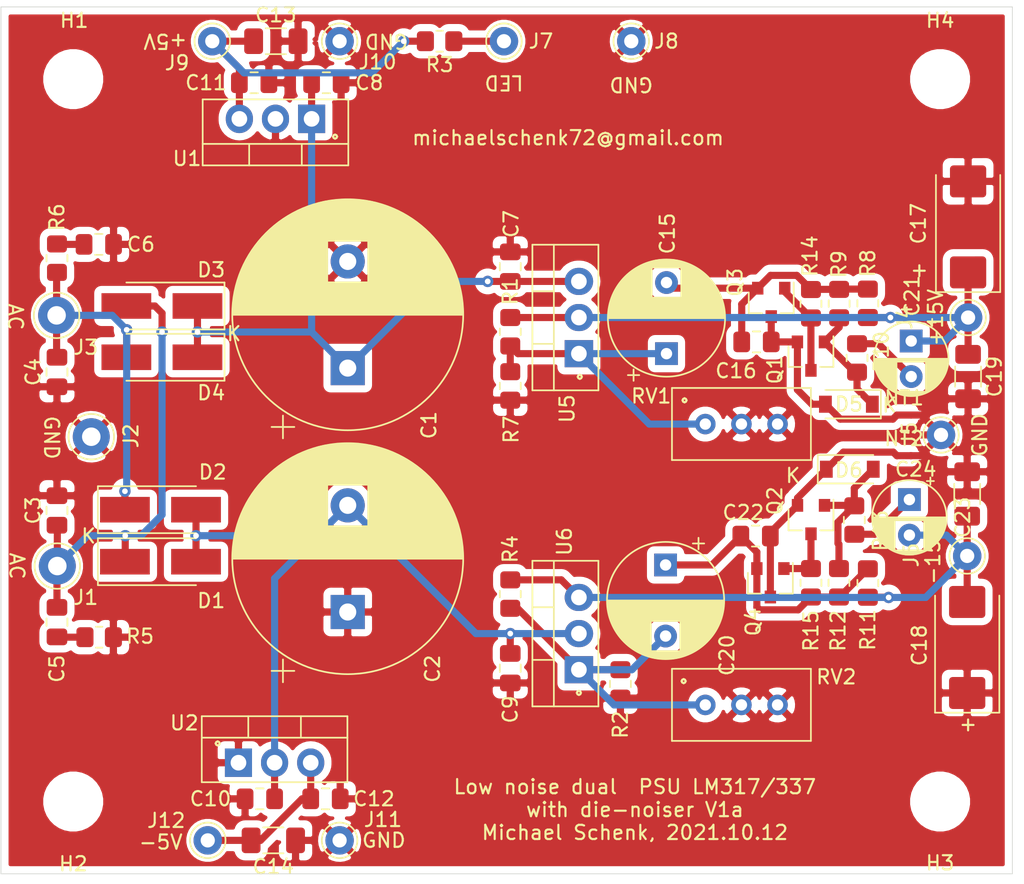
<source format=kicad_pcb>
(kicad_pcb (version 20171130) (host pcbnew "(5.1.10-0-10_14)")
  (layers (0 F.Cu signal) (31 B.Cu signal) (34 B.Paste user) (35 F.Paste user) (36 B.SilkS user) (37 F.SilkS user) (38 B.Mask user) (39 F.Mask user) (44 Edge.Cuts user))
  (net 0 "")
  (net 1 GND)
  (net 2 "Net-(C1-Pad1)")
  (net 3 "Net-(C4-Pad2)")
  (net 4 "Net-(C10-Pad2)")
  (net 5 "Net-(C11-Pad1)")
  (net 6 "Net-(C12-Pad2)")
  (net 7 "Net-(J7-Pad1)")
  (net 8 "Net-(C18-Pad2)")
  (net 9 "Net-(C3-Pad1)")
  (net 10 "Net-(C5-Pad2)")
  (net 11 "Net-(C6-Pad2)")
  (net 12 "Net-(C20-Pad2)")
  (net 13 "Net-(C15-Pad2)")
  (net 14 "Net-(C15-Pad1)")
  (net 15 "Net-(C20-Pad1)")
  (net 16 "Net-(C21-Pad2)")
  (net 17 "Net-(C23-Pad1)")
  (net 18 "Net-(D5-Pad1)")
  (net 19 "Net-(D6-Pad2)")
  (net 20 /Force+)
  (net 21 "Net-(Q1-Pad3)")
  (net 22 /Sense-)
  (net 23 "Net-(C22-Pad1)")
  (net 24 "Net-(Q2-Pad3)")
  (module NetTie:NetTie-2_SMD_Pad0.5mm (layer F.Cu) (at 143.51 59.4995)
    (fp_text reference NT2 (at 0 -1.2) (layer F.SilkS))
    (fp_text value Net-Tie_2)
    (fp_poly (pts (xy -0.5 -0.25) (xy 0.5 -0.25) (xy 0.5 0.25) (xy -0.5 0.25)) (layer F.Cu) (width 0))
    (pad 2 smd circle (at 0.5 0) (size 0.5 0.5) (layers F.Cu) (net 1 GND))
    (pad 1 smd circle (at -0.5 0) (size 0.5 0.5) (layers F.Cu) (net 23 "Net-(C22-Pad1)"))
  )
  (module Resistor_SMD:R_0805_2012Metric_Pad1.20x1.40mm_HandSolder (layer F.Cu) (at 136.9695 68.437 270)
    (fp_text reference R15 (at 3.3815 0 90) (layer F.SilkS))
    (fp_text value 270R)
    (pad 2 smd roundrect (at 1 0 270) (size 1.2 1.4) (layers F.Cu F.Paste F.Mask) (roundrect_rratio 0.208333) (net 15 "Net-(C20-Pad1)"))
    (pad 1 smd roundrect (at -1 0 270) (size 1.2 1.4) (layers F.Cu F.Paste F.Mask) (roundrect_rratio 0.208333) (net 24 "Net-(Q2-Pad3)"))
  )
  (module Package_TO_SOT_SMD:SOT-23 (layer F.Cu) (at 134.1145 68.437 270)
    (fp_text reference Q4 (at 2.7465 1.209 90) (layer F.SilkS))
    (fp_text value BC817-40)
    (pad 3 smd rect (at 1 0 270) (size 0.9 0.8) (layers F.Cu F.Paste F.Mask) (net 23 "Net-(C22-Pad1)"))
    (pad 2 smd rect (at -1 0.95 270) (size 0.9 0.8) (layers F.Cu F.Paste F.Mask) (net 15 "Net-(C20-Pad1)"))
    (pad 1 smd rect (at -1 -0.95 270) (size 0.9 0.8) (layers F.Cu F.Paste F.Mask) (net 24 "Net-(Q2-Pad3)"))
  )
  (module NetTie:NetTie-2_SMD_Pad0.5mm (layer F.Cu) (at 143.518 56.642)
    (fp_text reference NT1 (at 0 -1.2) (layer F.SilkS))
    (fp_text value Net-Tie_2)
    (fp_poly (pts (xy -0.5 -0.25) (xy 0.5 -0.25) (xy 0.5 0.25) (xy -0.5 0.25)) (layer F.Cu) (width 0))
    (pad 2 smd circle (at 0.5 0) (size 0.5 0.5) (layers F.Cu) (net 1 GND))
    (pad 1 smd circle (at -0.5 0) (size 0.5 0.5) (layers F.Cu) (net 22 /Sense-))
  )
  (module Resistor_SMD:R_0805_2012Metric_Pad1.20x1.40mm_HandSolder (layer F.Cu) (at 136.9695 48.8155 270)
    (fp_text reference R14 (at -3.3495 0.0635 90) (layer F.SilkS))
    (fp_text value 270R)
    (pad 2 smd roundrect (at 1 0 270) (size 1.2 1.4) (layers F.Cu F.Paste F.Mask) (roundrect_rratio 0.208333) (net 21 "Net-(Q1-Pad3)"))
    (pad 1 smd roundrect (at -1 0 270) (size 1.2 1.4) (layers F.Cu F.Paste F.Mask) (roundrect_rratio 0.208333) (net 13 "Net-(C15-Pad2)"))
  )
  (module Package_TO_SOT_SMD:SOT-23 (layer F.Cu) (at 134.1755 48.7205 270)
    (fp_text reference Q3 (at -1.413 2.54 90) (layer F.SilkS))
    (fp_text value BC807-40)
    (pad 3 smd rect (at 1 0 270) (size 0.9 0.8) (layers F.Cu F.Paste F.Mask) (net 22 /Sense-))
    (pad 2 smd rect (at -1 0.95 270) (size 0.9 0.8) (layers F.Cu F.Paste F.Mask) (net 13 "Net-(C15-Pad2)"))
    (pad 1 smd rect (at -1 -0.95 270) (size 0.9 0.8) (layers F.Cu F.Paste F.Mask) (net 21 "Net-(Q1-Pad3)"))
  )
  (module Capacitor_SMD:C_1206_3216Metric_Pad1.33x1.80mm_HandSolder (layer F.Cu) (at 148.0185 53.9365 270)
    (fp_text reference C19 (at 0 -1.85 90) (layer F.SilkS))
    (fp_text value 4.7uF/50V)
    (pad 2 smd roundrect (at 1.5625 0 270) (size 1.325 1.8) (layers F.Cu F.Paste F.Mask) (roundrect_rratio 0.188679) (net 1 GND))
    (pad 1 smd roundrect (at -1.5625 0 270) (size 1.325 1.8) (layers F.Cu F.Paste F.Mask) (roundrect_rratio 0.188679) (net 20 /Force+))
  )
  (module Potentiometer_THT:Potentiometer_Bourns_3296W_Vertical (layer F.Cu) (at 129.54 77.0255 180)
    (fp_text reference RV2 (at -9.2075 1.9685) (layer F.SilkS))
    (fp_text value 5k)
    (pad 3 thru_hole circle (at -5.08 0 180) (size 1.44 1.44) (drill 0.8) (layers *.Cu *.Mask) (net 1 GND))
    (pad 2 thru_hole circle (at -2.54 0 180) (size 1.44 1.44) (drill 0.8) (layers *.Cu *.Mask) (net 1 GND))
    (pad 1 thru_hole circle (at 0 0 180) (size 1.44 1.44) (drill 0.8) (layers *.Cu *.Mask) (net 12 "Net-(C20-Pad2)"))
  )
  (module Potentiometer_THT:Potentiometer_Bourns_3296W_Vertical (layer F.Cu) (at 129.54 57.277 180)
    (fp_text reference RV1 (at 3.81 1.9685) (layer F.SilkS))
    (fp_text value 5k)
    (pad 3 thru_hole circle (at -5.08 0 180) (size 1.44 1.44) (drill 0.8) (layers *.Cu *.Mask) (net 1 GND))
    (pad 2 thru_hole circle (at -2.54 0 180) (size 1.44 1.44) (drill 0.8) (layers *.Cu *.Mask) (net 1 GND))
    (pad 1 thru_hole circle (at 0 0 180) (size 1.44 1.44) (drill 0.8) (layers *.Cu *.Mask) (net 14 "Net-(C15-Pad1)"))
  )
  (module Connector_Pin:Pin_D1.0mm_L10.0mm (layer F.Cu) (at 148.0185 49.784)
    (fp_text reference J4 (at -4.445 0 90) (layer F.SilkS))
    (fp_text value +15V)
    (pad 1 thru_hole circle (at 0 0) (size 2 2) (drill 1) (layers *.Cu *.Mask) (net 20 /Force+))
  )
  (module Capacitor_THT:CP_Radial_D5.0mm_P2.50mm (layer F.Cu) (at 143.891 62.5875 270)
    (fp_text reference C23 (at 1.25 -3.75 90) (layer F.SilkS))
    (fp_text value 22uF)
    (pad 2 thru_hole circle (at 2.5 0 270) (size 1.6 1.6) (drill 0.8) (layers *.Cu *.Mask) (net 8 "Net-(C18-Pad2)"))
    (pad 1 thru_hole rect (at 0 0 270) (size 1.6 1.6) (drill 0.8) (layers *.Cu *.Mask) (net 17 "Net-(C23-Pad1)"))
  )
  (module Capacitor_THT:CP_Radial_D5.0mm_P2.50mm (layer F.Cu) (at 144.018 51.435 270)
    (fp_text reference C21 (at -3.175 -0.0635 90) (layer F.SilkS))
    (fp_text value 22uF)
    (pad 2 thru_hole circle (at 2.5 0 270) (size 1.6 1.6) (drill 0.8) (layers *.Cu *.Mask) (net 16 "Net-(C21-Pad2)"))
    (pad 1 thru_hole rect (at 0 0 270) (size 1.6 1.6) (drill 0.8) (layers *.Cu *.Mask) (net 20 /Force+))
  )
  (module Resistor_SMD:R_0805_2012Metric_Pad1.20x1.40mm_HandSolder (layer F.Cu) (at 140.0175 64.024 270)
    (fp_text reference R13 (at 0.746 -1.8415 270) (layer F.SilkS))
    (fp_text value 47R)
    (pad 2 smd roundrect (at 1 0 270) (size 1.2 1.4) (layers F.Cu F.Paste F.Mask) (roundrect_rratio 0.208333) (net 17 "Net-(C23-Pad1)"))
    (pad 1 smd roundrect (at -1 0 270) (size 1.2 1.4) (layers F.Cu F.Paste F.Mask) (roundrect_rratio 0.208333) (net 19 "Net-(D6-Pad2)"))
  )
  (module Resistor_SMD:R_0805_2012Metric_Pad1.20x1.40mm_HandSolder (layer F.Cu) (at 138.938 68.437 270)
    (fp_text reference R12 (at 3.3815 0.0635 90) (layer F.SilkS))
    (fp_text value 180k)
    (pad 2 smd roundrect (at 1 0 270) (size 1.2 1.4) (layers F.Cu F.Paste F.Mask) (roundrect_rratio 0.208333) (net 15 "Net-(C20-Pad1)"))
    (pad 1 smd roundrect (at -1 0 270) (size 1.2 1.4) (layers F.Cu F.Paste F.Mask) (roundrect_rratio 0.208333) (net 19 "Net-(D6-Pad2)"))
  )
  (module Resistor_SMD:R_0805_2012Metric_Pad1.20x1.40mm_HandSolder (layer F.Cu) (at 140.97 68.453 270)
    (fp_text reference R11 (at 3.302 0 90) (layer F.SilkS))
    (fp_text value 1.8k)
    (pad 2 smd roundrect (at 1 0 270) (size 1.2 1.4) (layers F.Cu F.Paste F.Mask) (roundrect_rratio 0.208333) (net 8 "Net-(C18-Pad2)"))
    (pad 1 smd roundrect (at -1 0 270) (size 1.2 1.4) (layers F.Cu F.Paste F.Mask) (roundrect_rratio 0.208333) (net 15 "Net-(C20-Pad1)"))
  )
  (module Resistor_SMD:R_0805_2012Metric_Pad1.20x1.40mm_HandSolder (layer F.Cu) (at 140.208 52.6255 270)
    (fp_text reference R10 (at -0.4285 -1.7145 90) (layer F.SilkS))
    (fp_text value 47R)
    (pad 2 smd roundrect (at 1 0 270) (size 1.2 1.4) (layers F.Cu F.Paste F.Mask) (roundrect_rratio 0.208333) (net 18 "Net-(D5-Pad1)"))
    (pad 1 smd roundrect (at -1 0 270) (size 1.2 1.4) (layers F.Cu F.Paste F.Mask) (roundrect_rratio 0.208333) (net 16 "Net-(C21-Pad2)"))
  )
  (module Resistor_SMD:R_0805_2012Metric_Pad1.20x1.40mm_HandSolder (layer F.Cu) (at 138.9507 48.8028 270)
    (fp_text reference R9 (at -2.7653 0.0127 90) (layer F.SilkS))
    (fp_text value 180k)
    (pad 2 smd roundrect (at 1 0 270) (size 1.2 1.4) (layers F.Cu F.Paste F.Mask) (roundrect_rratio 0.208333) (net 18 "Net-(D5-Pad1)"))
    (pad 1 smd roundrect (at -1 0 270) (size 1.2 1.4) (layers F.Cu F.Paste F.Mask) (roundrect_rratio 0.208333) (net 13 "Net-(C15-Pad2)"))
  )
  (module Resistor_SMD:R_0805_2012Metric_Pad1.20x1.40mm_HandSolder (layer F.Cu) (at 140.97 48.784 90)
    (fp_text reference R8 (at 2.81 0 90) (layer F.SilkS))
    (fp_text value 1.8k)
    (pad 2 smd roundrect (at 1 0 90) (size 1.2 1.4) (layers F.Cu F.Paste F.Mask) (roundrect_rratio 0.208333) (net 13 "Net-(C15-Pad2)"))
    (pad 1 smd roundrect (at -1 0 90) (size 1.2 1.4) (layers F.Cu F.Paste F.Mask) (roundrect_rratio 0.208333) (net 20 /Force+))
  )
  (module Package_TO_SOT_SMD:SOT-23 (layer F.Cu) (at 136.972 63.992 270)
    (fp_text reference Q2 (at -1.3175 2.5425 90) (layer F.SilkS))
    (fp_text value BC807-40)
    (pad 3 smd rect (at 1 0 270) (size 0.9 0.8) (layers F.Cu F.Paste F.Mask) (net 24 "Net-(Q2-Pad3)"))
    (pad 2 smd rect (at -1 0.95 270) (size 0.9 0.8) (layers F.Cu F.Paste F.Mask) (net 23 "Net-(C22-Pad1)"))
    (pad 1 smd rect (at -1 -0.95 270) (size 0.9 0.8) (layers F.Cu F.Paste F.Mask) (net 19 "Net-(D6-Pad2)"))
  )
  (module Package_TO_SOT_SMD:SOT-23 (layer F.Cu) (at 136.967 52.4985 270)
    (fp_text reference Q1 (at 0.9685 2.5375 90) (layer F.SilkS))
    (fp_text value BC817-40)
    (pad 3 smd rect (at 1 0 270) (size 0.9 0.8) (layers F.Cu F.Paste F.Mask) (net 21 "Net-(Q1-Pad3)"))
    (pad 2 smd rect (at -1 0.95 270) (size 0.9 0.8) (layers F.Cu F.Paste F.Mask) (net 22 /Sense-))
    (pad 1 smd rect (at -1 -0.95 270) (size 0.9 0.8) (layers F.Cu F.Paste F.Mask) (net 18 "Net-(D5-Pad1)"))
  )
  (module Diode_SMD:D_SOD-123 (layer F.Cu) (at 139.699 60.452)
    (fp_text reference D6 (at -0.0625 0.0635) (layer F.SilkS))
    (fp_text value 1N4148W)
    (pad 2 smd rect (at 1.65 0) (size 0.9 1.2) (layers F.Cu F.Paste F.Mask) (net 19 "Net-(D6-Pad2)"))
    (pad 1 smd rect (at -1.65 0) (size 0.9 1.2) (layers F.Cu F.Paste F.Mask) (net 23 "Net-(C22-Pad1)"))
  )
  (module Diode_SMD:D_SOD-123 (layer F.Cu) (at 139.6355 55.88 180)
    (fp_text reference D5 (at -0.001 0) (layer F.SilkS))
    (fp_text value 1N4148W)
    (pad 2 smd rect (at 1.65 0 180) (size 0.9 1.2) (layers F.Cu F.Paste F.Mask) (net 22 /Sense-))
    (pad 1 smd rect (at -1.65 0 180) (size 0.9 1.2) (layers F.Cu F.Paste F.Mask) (net 18 "Net-(D5-Pad1)"))
  )
  (module Capacitor_SMD:C_1206_3216Metric_Pad1.33x1.80mm_HandSolder (layer F.Cu) (at 147.955 62.1915 270)
    (fp_text reference C24 (at -1.7395 3.6195 180) (layer F.SilkS))
    (fp_text value 4.7uF/50V)
    (pad 2 smd roundrect (at 1.5625 0 270) (size 1.325 1.8) (layers F.Cu F.Paste F.Mask) (roundrect_rratio 0.188679) (net 8 "Net-(C18-Pad2)"))
    (pad 1 smd roundrect (at -1.5625 0 270) (size 1.325 1.8) (layers F.Cu F.Paste F.Mask) (roundrect_rratio 0.188679) (net 1 GND))
  )
  (module Capacitor_SMD:C_0805_2012Metric_Pad1.18x1.45mm_HandSolder (layer F.Cu) (at 133.0745 65.151 180)
    (fp_text reference C22 (at 0.8675 1.651) (layer F.SilkS))
    (fp_text value 22nF)
    (pad 2 smd roundrect (at 1.0375 0 180) (size 1.175 1.45) (layers F.Cu F.Paste F.Mask) (roundrect_rratio 0.212766) (net 15 "Net-(C20-Pad1)"))
    (pad 1 smd roundrect (at -1.0375 0 180) (size 1.175 1.45) (layers F.Cu F.Paste F.Mask) (roundrect_rratio 0.212766) (net 23 "Net-(C22-Pad1)"))
  )
  (module Capacitor_THT:CP_Radial_D8.0mm_P5.00mm (layer F.Cu) (at 126.746 67.183 270)
    (fp_text reference C20 (at 6.35 -4.318 90) (layer F.SilkS))
    (fp_text value 220uF)
    (pad 2 thru_hole circle (at 5 0 270) (size 1.6 1.6) (drill 0.8) (layers *.Cu *.Mask) (net 12 "Net-(C20-Pad2)"))
    (pad 1 thru_hole rect (at 0 0 270) (size 1.6 1.6) (drill 0.8) (layers *.Cu *.Mask) (net 15 "Net-(C20-Pad1)"))
  )
  (module Capacitor_SMD:C_0805_2012Metric_Pad1.18x1.45mm_HandSolder (layer F.Cu) (at 133.138 51.4985)
    (fp_text reference C16 (at -1.439 2.032) (layer F.SilkS))
    (fp_text value 22nF)
    (pad 2 smd roundrect (at 1.0375 0) (size 1.175 1.45) (layers F.Cu F.Paste F.Mask) (roundrect_rratio 0.212766) (net 22 /Sense-))
    (pad 1 smd roundrect (at -1.0375 0) (size 1.175 1.45) (layers F.Cu F.Paste F.Mask) (roundrect_rratio 0.212766) (net 13 "Net-(C15-Pad2)"))
  )
  (module Capacitor_THT:CP_Radial_D8.0mm_P5.00mm (layer F.Cu) (at 126.8095 52.324 90)
    (fp_text reference C15 (at 8.4455 0.0635 90) (layer F.SilkS))
    (fp_text value 220uF)
    (pad 2 thru_hole circle (at 5 0 90) (size 1.6 1.6) (drill 0.8) (layers *.Cu *.Mask) (net 13 "Net-(C15-Pad2)"))
    (pad 1 thru_hole rect (at 0 0 90) (size 1.6 1.6) (drill 0.8) (layers *.Cu *.Mask) (net 14 "Net-(C15-Pad1)"))
  )
  (module Connector_Pin:Pin_D1.0mm_L10.0mm (layer F.Cu) (at 94.5515 86.5505)
    (fp_text reference J12 (at -2.921 -1.397) (layer F.SilkS))
    (fp_text value -5V)
    (pad 1 thru_hole circle (at 0 0) (size 2 2) (drill 1) (layers *.Cu *.Mask) (net 6 "Net-(C12-Pad2)"))
  )
  (module Connector_Pin:Pin_D1.0mm_L10.0mm (layer F.Cu) (at 103.8225 86.5505)
    (fp_text reference J11 (at 3.048 -1.4605) (layer F.SilkS))
    (fp_text value GND)
    (pad 1 thru_hole circle (at 0 0) (size 2 2) (drill 1) (layers *.Cu *.Mask) (net 1 GND))
  )
  (module Connector_Pin:Pin_D1.0mm_L10.0mm (layer F.Cu) (at 103.8225 30.353)
    (fp_text reference J10 (at 2.667 1.4605) (layer F.SilkS))
    (fp_text value GND)
    (pad 1 thru_hole circle (at 0 0) (size 2 2) (drill 1) (layers *.Cu *.Mask) (net 1 GND))
  )
  (module Connector_Pin:Pin_D1.0mm_L10.0mm (layer F.Cu) (at 94.869 30.353)
    (fp_text reference J9 (at -2.4765 1.524) (layer F.SilkS))
    (fp_text value +5V)
    (pad 1 thru_hole circle (at 0 0) (size 2 2) (drill 1) (layers *.Cu *.Mask) (net 5 "Net-(C11-Pad1)"))
  )
  (module Connector_Pin:Pin_D1.0mm_L10.0mm (layer F.Cu) (at 124.333 30.353)
    (fp_text reference J8 (at 2.4765 0) (layer F.SilkS))
    (fp_text value GND)
    (pad 1 thru_hole circle (at 0 0) (size 2 2) (drill 1) (layers *.Cu *.Mask) (net 1 GND))
  )
  (module Connector_Pin:Pin_D1.0mm_L10.0mm (layer F.Cu) (at 115.3795 30.353)
    (fp_text reference J7 (at 2.6035 0 180) (layer F.SilkS))
    (fp_text value LED)
    (pad 1 thru_hole circle (at 0 0) (size 2 2) (drill 1) (layers *.Cu *.Mask) (net 7 "Net-(J7-Pad1)"))
  )
  (module Connector_Pin:Pin_D1.0mm_L10.0mm (layer F.Cu) (at 147.955 66.548)
    (fp_text reference J6 (at -3.937 -0.0635 90) (layer F.SilkS))
    (fp_text value -15V)
    (pad 1 thru_hole circle (at 0 0) (size 2 2) (drill 1) (layers *.Cu *.Mask) (net 8 "Net-(C18-Pad2)"))
  )
  (module Connector_Pin:Pin_D1.0mm_L10.0mm (layer F.Cu) (at 146.1135 58.039)
    (fp_text reference J5 (at -2.2225 -0.0635 90) (layer F.SilkS))
    (fp_text value GND)
    (pad 1 thru_hole circle (at 0 0) (size 2 2) (drill 1) (layers *.Cu *.Mask) (net 1 GND))
  )
  (module Resistor_SMD:R_0805_2012Metric_Pad1.20x1.40mm_HandSolder (layer F.Cu) (at 115.824 69.231 90)
    (fp_text reference R4 (at 3.159 0 90) (layer F.SilkS))
    (fp_text value 270R)
    (pad 2 smd roundrect (at 1 0 90) (size 1.2 1.4) (layers F.Cu F.Paste F.Mask) (roundrect_rratio 0.2083325) (net 8 "Net-(C18-Pad2)"))
    (pad 1 smd roundrect (at -1 0 90) (size 1.2 1.4) (layers F.Cu F.Paste F.Mask) (roundrect_rratio 0.2083325) (net 12 "Net-(C20-Pad2)"))
  )
  (module Resistor_SMD:R_0805_2012Metric_Pad1.20x1.40mm_HandSolder (layer F.Cu) (at 123.571 75.549 90)
    (fp_text reference R2 (at -2.8735 0 90) (layer F.SilkS))
    (fp_text value 2k7)
    (pad 2 smd roundrect (at 1 0 90) (size 1.2 1.4) (layers F.Cu F.Paste F.Mask) (roundrect_rratio 0.2083325) (net 12 "Net-(C20-Pad2)"))
    (pad 1 smd roundrect (at -1 0 90) (size 1.2 1.4) (layers F.Cu F.Paste F.Mask) (roundrect_rratio 0.2083325) (net 1 GND))
  )
  (module Package_TO_SOT_THT:TO-220-3_Vertical (layer F.Cu) (at 120.65 74.549 90)
    (fp_text reference U6 (at 9.017 -1.016 90) (layer F.SilkS))
    (fp_text value LM337_TO220)
    (pad 3 thru_hole oval (at 5.08 0 90) (size 1.905 2) (drill 1.1) (layers *.Cu *.Mask) (net 8 "Net-(C18-Pad2)"))
    (pad 2 thru_hole oval (at 2.54 0 90) (size 1.905 2) (drill 1.1) (layers *.Cu *.Mask) (net 4 "Net-(C10-Pad2)"))
    (pad 1 thru_hole rect (at 0 0 90) (size 1.905 2) (drill 1.1) (layers *.Cu *.Mask) (net 12 "Net-(C20-Pad2)"))
  )
  (module Package_TO_SOT_THT:TO-220-3_Vertical (layer F.Cu) (at 120.65 52.324 90)
    (fp_text reference U5 (at -3.8735 -0.8255 90) (layer F.SilkS))
    (fp_text value LM317_TO-220)
    (pad 3 thru_hole oval (at 5.08 0 90) (size 1.905 2) (drill 1.1) (layers *.Cu *.Mask) (net 2 "Net-(C1-Pad1)"))
    (pad 2 thru_hole oval (at 2.54 0 90) (size 1.905 2) (drill 1.1) (layers *.Cu *.Mask) (net 20 /Force+))
    (pad 1 thru_hole rect (at 0 0 90) (size 1.905 2) (drill 1.1) (layers *.Cu *.Mask) (net 14 "Net-(C15-Pad1)"))
  )
  (module Resistor_SMD:R_0805_2012Metric_Pad1.20x1.40mm_HandSolder (layer F.Cu) (at 115.824 54.594 270)
    (fp_text reference R7 (at 3.064 -0.0635 90) (layer F.SilkS))
    (fp_text value 2k7)
    (pad 2 smd roundrect (at 1 0 270) (size 1.2 1.4) (layers F.Cu F.Paste F.Mask) (roundrect_rratio 0.2083325) (net 1 GND))
    (pad 1 smd roundrect (at -1 0 270) (size 1.2 1.4) (layers F.Cu F.Paste F.Mask) (roundrect_rratio 0.2083325) (net 14 "Net-(C15-Pad1)"))
  )
  (module Resistor_SMD:R_0805_2012Metric_Pad1.20x1.40mm_HandSolder (layer F.Cu) (at 115.824 50.784 270)
    (fp_text reference R1 (at -2.8415 0 90) (layer F.SilkS))
    (fp_text value 240R)
    (pad 2 smd roundrect (at 1 0 270) (size 1.2 1.4) (layers F.Cu F.Paste F.Mask) (roundrect_rratio 0.2083325) (net 14 "Net-(C15-Pad1)"))
    (pad 1 smd roundrect (at -1 0 270) (size 1.2 1.4) (layers F.Cu F.Paste F.Mask) (roundrect_rratio 0.2083325) (net 20 /Force+))
  )
  (module Capacitor_SMD:C_1206_3216Metric_Pad1.33x1.80mm_HandSolder (layer F.Cu) (at 99.162 86.5505 180)
    (fp_text reference C14 (at 0 -1.85) (layer F.SilkS))
    (fp_text value 10uF/25V)
    (pad 2 smd roundrect (at 1.5625 0 180) (size 1.325 1.8) (layers F.Cu F.Paste F.Mask) (roundrect_rratio 0.1886777358490566) (net 6 "Net-(C12-Pad2)"))
    (pad 1 smd roundrect (at -1.5625 0 180) (size 1.325 1.8) (layers F.Cu F.Paste F.Mask) (roundrect_rratio 0.1886777358490566) (net 1 GND))
  )
  (module Capacitor_SMD:C_1206_3216Metric_Pad1.33x1.80mm_HandSolder (layer F.Cu) (at 99.339 30.353)
    (fp_text reference C13 (at 0 -1.85) (layer F.SilkS))
    (fp_text value 10uF/25V)
    (pad 2 smd roundrect (at 1.5625 0) (size 1.325 1.8) (layers F.Cu F.Paste F.Mask) (roundrect_rratio 0.1886777358490566) (net 1 GND))
    (pad 1 smd roundrect (at -1.5625 0) (size 1.325 1.8) (layers F.Cu F.Paste F.Mask) (roundrect_rratio 0.1886777358490566) (net 5 "Net-(C11-Pad1)"))
  )
  (module Capacitor_SMD:C_0805_2012Metric_Pad1.18x1.45mm_HandSolder (layer F.Cu) (at 97.8115 33.274)
    (fp_text reference C11 (at -3.387 0) (layer F.SilkS))
    (fp_text value 100nF)
    (pad 2 smd roundrect (at 1.0375 0) (size 1.175 1.45) (layers F.Cu F.Paste F.Mask) (roundrect_rratio 0.2127659574468085) (net 1 GND))
    (pad 1 smd roundrect (at -1.0375 0) (size 1.175 1.45) (layers F.Cu F.Paste F.Mask) (roundrect_rratio 0.2127659574468085) (net 5 "Net-(C11-Pad1)"))
  )
  (module Resistor_SMD:R_0805_2012Metric_Pad1.20x1.40mm_HandSolder (layer F.Cu) (at 83.947 45.609 270)
    (fp_text reference R6 (at -2.8735 0 90) (layer F.SilkS))
    (fp_text value Rs/1/8W)
    (pad 2 smd roundrect (at 1 0 270) (size 1.2 1.4) (layers F.Cu F.Paste F.Mask) (roundrect_rratio 0.2083325) (net 3 "Net-(C4-Pad2)"))
    (pad 1 smd roundrect (at -1 0 270) (size 1.2 1.4) (layers F.Cu F.Paste F.Mask) (roundrect_rratio 0.2083325) (net 11 "Net-(C6-Pad2)"))
  )
  (module Resistor_SMD:R_0805_2012Metric_Pad1.20x1.40mm_HandSolder (layer F.Cu) (at 86.9155 72.263)
    (fp_text reference R5 (at 2.8735 -0.0635) (layer F.SilkS))
    (fp_text value Rs/1/8W)
    (pad 2 smd roundrect (at 1 0) (size 1.2 1.4) (layers F.Cu F.Paste F.Mask) (roundrect_rratio 0.2083325) (net 1 GND))
    (pad 1 smd roundrect (at -1 0) (size 1.2 1.4) (layers F.Cu F.Paste F.Mask) (roundrect_rratio 0.2083325) (net 10 "Net-(C5-Pad2)"))
  )
  (module Capacitor_SMD:C_0805_2012Metric_Pad1.18x1.45mm_HandSolder (layer F.Cu) (at 115.824 74.4435 90)
    (fp_text reference C9 (at -2.8995 0 90) (layer F.SilkS))
    (fp_text value 330nF)
    (pad 2 smd roundrect (at 1.0375 0 90) (size 1.175 1.45) (layers F.Cu F.Paste F.Mask) (roundrect_rratio 0.2127659574468085) (net 4 "Net-(C10-Pad2)"))
    (pad 1 smd roundrect (at -1.0375 0 90) (size 1.175 1.45) (layers F.Cu F.Paste F.Mask) (roundrect_rratio 0.2127659574468085) (net 1 GND))
  )
  (module Capacitor_SMD:C_0805_2012Metric_Pad1.18x1.45mm_HandSolder (layer F.Cu) (at 115.824 46.2065 90)
    (fp_text reference C7 (at 3.006 0.0635 90) (layer F.SilkS))
    (fp_text value 330nF)
    (pad 2 smd roundrect (at 1.0375 0 90) (size 1.175 1.45) (layers F.Cu F.Paste F.Mask) (roundrect_rratio 0.2127659574468085) (net 1 GND))
    (pad 1 smd roundrect (at -1.0375 0 90) (size 1.175 1.45) (layers F.Cu F.Paste F.Mask) (roundrect_rratio 0.2127659574468085) (net 2 "Net-(C1-Pad1)"))
  )
  (module Capacitor_SMD:C_0805_2012Metric_Pad1.18x1.45mm_HandSolder (layer F.Cu) (at 86.8895 44.6405 180)
    (fp_text reference C6 (at -2.963 0) (layer F.SilkS))
    (fp_text value Cs/50V)
    (pad 2 smd roundrect (at 1.0375 0 180) (size 1.175 1.45) (layers F.Cu F.Paste F.Mask) (roundrect_rratio 0.2127659574468085) (net 11 "Net-(C6-Pad2)"))
    (pad 1 smd roundrect (at -1.0375 0 180) (size 1.175 1.45) (layers F.Cu F.Paste F.Mask) (roundrect_rratio 0.2127659574468085) (net 1 GND))
  )
  (module Capacitor_SMD:C_0805_2012Metric_Pad1.18x1.45mm_HandSolder (layer F.Cu) (at 83.947 71.205 270)
    (fp_text reference C5 (at 3.2805 0 90) (layer F.SilkS))
    (fp_text value Cs/50V)
    (pad 2 smd roundrect (at 1.0375 0 270) (size 1.175 1.45) (layers F.Cu F.Paste F.Mask) (roundrect_rratio 0.2127659574468085) (net 10 "Net-(C5-Pad2)"))
    (pad 1 smd roundrect (at -1.0375 0 270) (size 1.175 1.45) (layers F.Cu F.Paste F.Mask) (roundrect_rratio 0.2127659574468085) (net 9 "Net-(C3-Pad1)"))
  )
  (module Capacitor_SMD:C_0805_2012Metric_Pad1.18x1.45mm_HandSolder (layer F.Cu) (at 83.947 53.6155 90)
    (fp_text reference C4 (at 0 -1.68 90) (layer F.SilkS))
    (fp_text value Cx/10nF/50V)
    (pad 2 smd roundrect (at 1.0375 0 90) (size 1.175 1.45) (layers F.Cu F.Paste F.Mask) (roundrect_rratio 0.2127659574468085) (net 3 "Net-(C4-Pad2)"))
    (pad 1 smd roundrect (at -1.0375 0 90) (size 1.175 1.45) (layers F.Cu F.Paste F.Mask) (roundrect_rratio 0.2127659574468085) (net 1 GND))
  )
  (module Capacitor_SMD:C_0805_2012Metric_Pad1.18x1.45mm_HandSolder (layer F.Cu) (at 83.947 63.3515 90)
    (fp_text reference C3 (at 0 -1.68 90) (layer F.SilkS))
    (fp_text value Cx/10nF/50V)
    (pad 2 smd roundrect (at 1.0375 0 90) (size 1.175 1.45) (layers F.Cu F.Paste F.Mask) (roundrect_rratio 0.2127659574468085) (net 1 GND))
    (pad 1 smd roundrect (at -1.0375 0 90) (size 1.175 1.45) (layers F.Cu F.Paste F.Mask) (roundrect_rratio 0.2127659574468085) (net 9 "Net-(C3-Pad1)"))
  )
  (module Capacitor_Tantalum_SMD:CP_EIA-7343-31_Kemet-D_Pad2.25x2.55mm_HandSolder (layer F.Cu) (at 147.955 72.9865 90)
    (fp_text reference C18 (at 0.152 -3.3655 90) (layer F.SilkS))
    (fp_text value 33uF)
    (pad 2 smd roundrect (at 3.2 0 90) (size 2.25 2.55) (layers F.Cu F.Paste F.Mask) (roundrect_rratio 0.1111106666666667) (net 8 "Net-(C18-Pad2)"))
    (pad 1 smd roundrect (at -3.2 0 90) (size 2.25 2.55) (layers F.Cu F.Paste F.Mask) (roundrect_rratio 0.1111106666666667) (net 1 GND))
  )
  (module Capacitor_Tantalum_SMD:CP_EIA-7343-31_Kemet-D_Pad2.25x2.55mm_HandSolder (layer F.Cu) (at 148.0185 43.409 90)
    (fp_text reference C17 (at 0.229 -3.4925 90) (layer F.SilkS))
    (fp_text value 33uF)
    (pad 2 smd roundrect (at 3.2 0 90) (size 2.25 2.55) (layers F.Cu F.Paste F.Mask) (roundrect_rratio 0.1111106666666667) (net 1 GND))
    (pad 1 smd roundrect (at -3.2 0 90) (size 2.25 2.55) (layers F.Cu F.Paste F.Mask) (roundrect_rratio 0.1111106666666667) (net 20 /Force+))
  )
  (module Package_TO_SOT_THT:TO-220-3_Vertical (layer F.Cu) (at 96.7105 81.0895)
    (fp_text reference U2 (at -3.81 -2.794) (layer F.SilkS))
    (fp_text value LM7905_TO220)
    (pad 3 thru_hole oval (at 5.08 0) (size 1.905 2) (drill 1.1) (layers *.Cu *.Mask) (net 6 "Net-(C12-Pad2)"))
    (pad 2 thru_hole oval (at 2.54 0) (size 1.905 2) (drill 1.1) (layers *.Cu *.Mask) (net 4 "Net-(C10-Pad2)"))
    (pad 1 thru_hole rect (at 0 0) (size 1.905 2) (drill 1.1) (layers *.Cu *.Mask) (net 1 GND))
  )
  (module Package_TO_SOT_THT:TO-220-3_Vertical (layer F.Cu) (at 101.854 35.814 180)
    (fp_text reference U1 (at 8.763 -2.794) (layer F.SilkS))
    (fp_text value LM7805_TO220)
    (pad 3 thru_hole oval (at 5.08 0 180) (size 1.905 2) (drill 1.1) (layers *.Cu *.Mask) (net 5 "Net-(C11-Pad1)"))
    (pad 2 thru_hole oval (at 2.54 0 180) (size 1.905 2) (drill 1.1) (layers *.Cu *.Mask) (net 1 GND))
    (pad 1 thru_hole rect (at 0 0 180) (size 1.905 2) (drill 1.1) (layers *.Cu *.Mask) (net 2 "Net-(C1-Pad1)"))
  )
  (module Diode_SMD:D_SMA_Handsoldering (layer F.Cu) (at 91.3276 52.578 180)
    (fp_text reference D4 (at -3.4652 -2.5) (layer F.SilkS))
    (fp_text value BYG20D)
    (pad 2 smd rect (at 2.5 0 180) (size 3.5 1.8) (layers F.Cu F.Paste F.Mask) (net 3 "Net-(C4-Pad2)"))
    (pad 1 smd rect (at -2.5 0 180) (size 3.5 1.8) (layers F.Cu F.Paste F.Mask) (net 2 "Net-(C1-Pad1)"))
  )
  (module Diode_SMD:D_SMA_Handsoldering (layer F.Cu) (at 91.3276 48.9712 180)
    (fp_text reference D3 (at -3.4652 2.54) (layer F.SilkS))
    (fp_text value BYG20D)
    (pad 2 smd rect (at 2.5 0 180) (size 3.5 1.8) (layers F.Cu F.Paste F.Mask) (net 9 "Net-(C3-Pad1)"))
    (pad 1 smd rect (at -2.5 0 180) (size 3.5 1.8) (layers F.Cu F.Paste F.Mask) (net 2 "Net-(C1-Pad1)"))
  )
  (module Diode_SMD:D_SMA_Handsoldering (layer F.Cu) (at 91.226 63.2968)
    (fp_text reference D2 (at 3.6684 -2.6416) (layer F.SilkS))
    (fp_text value BYG20D)
    (pad 2 smd rect (at 2.5 0) (size 3.5 1.8) (layers F.Cu F.Paste F.Mask) (net 4 "Net-(C10-Pad2)"))
    (pad 1 smd rect (at -2.5 0) (size 3.5 1.8) (layers F.Cu F.Paste F.Mask) (net 3 "Net-(C4-Pad2)"))
  )
  (module Diode_SMD:D_SMA_Handsoldering (layer F.Cu) (at 91.226 66.9544)
    (fp_text reference D1 (at 3.5668 2.7432) (layer F.SilkS))
    (fp_text value BYG20D)
    (pad 2 smd rect (at 2.5 0) (size 3.5 1.8) (layers F.Cu F.Paste F.Mask) (net 4 "Net-(C10-Pad2)"))
    (pad 1 smd rect (at -2.5 0) (size 3.5 1.8) (layers F.Cu F.Paste F.Mask) (net 9 "Net-(C3-Pad1)"))
  )
  (module Capacitor_THT:CP_Radial_D16.0mm_P7.50mm (layer F.Cu) (at 104.394 70.492 90)
    (fp_text reference C2 (at -3.9935 5.969 90) (layer F.SilkS))
    (fp_text value 2200uF)
    (pad 2 thru_hole circle (at 7.5 0 90) (size 2.4 2.4) (drill 1.2) (layers *.Cu *.Mask) (net 4 "Net-(C10-Pad2)"))
    (pad 1 thru_hole rect (at 0 0 90) (size 2.4 2.4) (drill 1.2) (layers *.Cu *.Mask) (net 1 GND))
  )
  (module Capacitor_THT:CP_Radial_D16.0mm_P7.50mm (layer F.Cu) (at 104.394 53.34 90)
    (fp_text reference C1 (at -4.0132 5.715 90) (layer F.SilkS))
    (fp_text value 2200uF)
    (pad 2 thru_hole circle (at 7.5 0 90) (size 2.4 2.4) (drill 1.2) (layers *.Cu *.Mask) (net 1 GND))
    (pad 1 thru_hole rect (at 0 0 90) (size 2.4 2.4) (drill 1.2) (layers *.Cu *.Mask) (net 2 "Net-(C1-Pad1)"))
  )
  (module Resistor_SMD:R_0805_2012Metric_Pad1.20x1.40mm_HandSolder (layer F.Cu) (at 110.855 30.353 180)
    (fp_text reference R3 (at 0 -1.65) (layer F.SilkS))
    (fp_text value 240R)
    (pad 2 smd roundrect (at 1 0 180) (size 1.2 1.4) (layers F.Cu F.Paste F.Mask) (roundrect_rratio 0.2083325) (net 5 "Net-(C11-Pad1)"))
    (pad 1 smd roundrect (at -1 0 180) (size 1.2 1.4) (layers F.Cu F.Paste F.Mask) (roundrect_rratio 0.2083325) (net 7 "Net-(J7-Pad1)"))
  )
  (module Capacitor_SMD:C_0805_2012Metric_Pad1.18x1.45mm_HandSolder (layer F.Cu) (at 102.828 83.6295 180)
    (fp_text reference C12 (at -3.4075 0) (layer F.SilkS))
    (fp_text value 100nF)
    (pad 2 smd roundrect (at 1.0375 0 180) (size 1.175 1.45) (layers F.Cu F.Paste F.Mask) (roundrect_rratio 0.2127659574468085) (net 6 "Net-(C12-Pad2)"))
    (pad 1 smd roundrect (at -1.0375 0 180) (size 1.175 1.45) (layers F.Cu F.Paste F.Mask) (roundrect_rratio 0.2127659574468085) (net 1 GND))
  )
  (module Capacitor_SMD:C_0805_2012Metric_Pad1.18x1.45mm_HandSolder (layer F.Cu) (at 98.213 83.6295)
    (fp_text reference C10 (at -3.471 0) (layer F.SilkS))
    (fp_text value 330nF)
    (pad 2 smd roundrect (at 1.0375 0) (size 1.175 1.45) (layers F.Cu F.Paste F.Mask) (roundrect_rratio 0.2127659574468085) (net 4 "Net-(C10-Pad2)"))
    (pad 1 smd roundrect (at -1.0375 0) (size 1.175 1.45) (layers F.Cu F.Paste F.Mask) (roundrect_rratio 0.2127659574468085) (net 1 GND))
  )
  (module Capacitor_SMD:C_0805_2012Metric_Pad1.18x1.45mm_HandSolder (layer F.Cu) (at 102.8915 33.274)
    (fp_text reference C8 (at 3.0265 0) (layer F.SilkS))
    (fp_text value 330nF)
    (pad 2 smd roundrect (at 1.0375 0) (size 1.175 1.45) (layers F.Cu F.Paste F.Mask) (roundrect_rratio 0.2127659574468085) (net 1 GND))
    (pad 1 smd roundrect (at -1.0375 0) (size 1.175 1.45) (layers F.Cu F.Paste F.Mask) (roundrect_rratio 0.2127659574468085) (net 2 "Net-(C1-Pad1)"))
  )
  (module Connector_Pin:Pin_D1.3mm_L11.0mm (layer F.Cu) (at 83.9216 49.6316)
    (fp_text reference J3 (at 2.0574 2.2479 180) (layer F.SilkS))
    (fp_text value AC)
    (pad 1 thru_hole circle (at 0 0) (size 2.6 2.6) (drill 1.3) (layers *.Cu *.Mask) (net 3 "Net-(C4-Pad2)"))
  )
  (module Connector_Pin:Pin_D1.3mm_L11.0mm (layer F.Cu) (at 86.36 58.166)
    (fp_text reference J2 (at 2.794 -0.0635 270) (layer F.SilkS))
    (fp_text value GND)
    (pad 1 thru_hole circle (at 0 0) (size 2.6 2.6) (drill 1.3) (layers *.Cu *.Mask) (net 1 GND))
  )
  (module Connector_Pin:Pin_D1.3mm_L11.0mm (layer F.Cu) (at 83.9724 67.2592)
    (fp_text reference J1 (at 2.0066 2.2098) (layer F.SilkS))
    (fp_text value AC)
    (pad 1 thru_hole circle (at 0 0) (size 2.6 2.6) (drill 1.3) (layers *.Cu *.Mask) (net 9 "Net-(C3-Pad1)"))
  )
  (module MountingHole:MountingHole_3.2mm_M3 (layer F.Cu) (at 146.05 33.02)
    (fp_text reference H4 (at 0 -4.1275) (layer F.SilkS))
    (fp_text value MountingHole)
    (pad 1 np_thru_hole circle (at 0 0) (size 3.2 3.2) (drill 3.2) (layers *.Cu *.Mask))
  )
  (module MountingHole:MountingHole_3.2mm_M3 (layer F.Cu) (at 146.05 83.82)
    (fp_text reference H3 (at 0 4.318) (layer F.SilkS))
    (fp_text value MountingHole)
    (pad 1 np_thru_hole circle (at 0 0) (size 3.2 3.2) (drill 3.2) (layers *.Cu *.Mask))
  )
  (module MountingHole:MountingHole_3.2mm_M3 (layer F.Cu) (at 85.09 83.82)
    (fp_text reference H2 (at 0 4.3815) (layer F.SilkS))
    (fp_text value MountingHole)
    (pad 1 np_thru_hole circle (at 0 0) (size 3.2 3.2) (drill 3.2) (layers *.Cu *.Mask))
  )
  (module MountingHole:MountingHole_3.2mm_M3 (layer F.Cu) (at 85.09 33.02)
    (fp_text reference H1 (at 0.0635 -4.1275) (layer F.SilkS))
    (fp_text value MountingHole)
    (pad 1 np_thru_hole circle (at 0 0) (size 3.2 3.2) (drill 3.2) (layers *.Cu *.Mask))
  )
  (gr_text ° (at 128.0795 56.007) (layer F.SilkS) (effects (font (size 1 1))))
  (gr_text ° (at 128.016 75.7555) (layer F.SilkS) (effects (font (size 1 1))))
  (gr_text K (at 142.494 55.9435) (layer F.SilkS) (effects (font (size 1 1))))
  (gr_text K (at 135.6995 60.8965) (layer F.SilkS) (effects (font (size 1 1))))
  (gr_text ° (at 95.25 80.137) (layer F.SilkS) (effects (font (size 1 1))))
  (gr_text ° (at 103.505 37.465) (layer F.SilkS) (effects (font (size 1 1))))
  (gr_text ° (at 120.65 76.581) (layer F.SilkS) (effects (font (size 1 1))))
  (gr_text ° (at 120.7135 54.356) (layer F.SilkS) (effects (font (size 1 1))))
  (gr_text + (at 148.0185 78.359) (layer F.SilkS) (effects (font (size 1 1))))
  (gr_text + (at 144.5895 46.4185) (layer F.SilkS) (effects (font (size 1 1))))
  (gr_text K (at 86.1695 65.151) (layer F.SilkS) (effects (font (size 1 1))))
  (gr_text K (at 96.393 50.927) (layer F.SilkS) (effects (font (size 1 1))))
  (gr_text "Low noise dual  PSU LM317/337\nwith die-noiser V1a\nMichael Schenk, 2021.10.12" (at 124.587 84.3915) (layer F.SilkS) (effects (font (size 1 1))))
  (gr_text GND (at 107.1245 30.353 180) (layer F.SilkS) (effects (font (size 1 1))))
  (gr_text +5V (at 91.567 30.353 180) (layer F.SilkS) (effects (font (size 1 1))))
  (gr_text -5V (at 91.2495 86.6775) (layer F.SilkS) (effects (font (size 1 1))))
  (gr_text GND (at 106.934 86.5505) (layer F.SilkS) (effects (font (size 1 1))))
  (gr_text GND (at 124.333 33.401 180) (layer F.SilkS) (effects (font (size 1 1))))
  (gr_text LED (at 115.3795 33.274 180) (layer F.SilkS) (effects (font (size 1 1))))
  (gr_line (start 80.01 27.94) (end 80.01 88.9) (layer Edge.Cuts) (width 0.05))
  (gr_line (start 151.13 27.94) (end 80.01 27.94) (layer Edge.Cuts) (width 0.05))
  (gr_line (start 151.13 88.9) (end 151.13 27.94) (layer Edge.Cuts) (width 0.05))
  (gr_line (start 80.01 88.9) (end 151.13 88.9) (layer Edge.Cuts) (width 0.05))
  (gr_text michaelschenk72@gmail.com (at 119.888 37.1475) (layer F.SilkS) (effects (font (size 1 1))))
  (gr_text GND (at 83.566 58.2295 270) (layer F.SilkS) (effects (font (size 1 1))))
  (gr_text AC (at 81.1276 67.2592 270) (layer F.SilkS) (effects (font (size 1 1))))
  (gr_text AC (at 81.026 49.7332 270) (layer F.SilkS) (effects (font (size 1 1))))
  (gr_text -15V (at 145.542 66.548 90) (layer F.SilkS) (effects (font (size 1 1))))
  (gr_text GND (at 148.844 58.039 90) (layer F.SilkS) (effects (font (size 1 1))))
  (gr_text +15V (at 145.7325 49.784 90) (layer F.SilkS) (effects (font (size 1 1))))
  (segment (start 144.7165 56.642) (end 146.1135 58.039) (width 0.5) (layer F.Cu) (net 1))
  (segment (start 144.018 56.642) (end 144.7165 56.642) (width 0.5) (layer F.Cu) (net 1))
  (segment (start 144.653 59.4995) (end 146.1135 58.039) (width 0.5) (layer F.Cu) (net 1))
  (segment (start 144.01 59.4995) (end 144.653 59.4995) (width 0.5) (layer F.Cu) (net 1))
  (segment (start 146.1135 58.039) (end 143.51 58.039) (width 0.5) (layer F.Cu) (net 1))
  (segment (start 93.8276 52.244) (end 93.7984 52.2732) (width 0.5) (layer F.Cu) (net 2))
  (via (at 93.8276 50.8) (size 0.8) (drill 0.4) (layers F.Cu B.Cu) (net 2))
  (segment (start 93.8276 50.8) (end 93.8276 48.9712) (width 0.5) (layer F.Cu) (net 2))
  (segment (start 93.8276 50.8) (end 93.8276 52.578) (width 0.5) (layer F.Cu) (net 2))
  (segment (start 101.854 35.814) (end 101.854 33.274) (width 0.5) (layer F.Cu) (net 2))
  (segment (start 101.854 50.8) (end 104.394 53.34) (width 0.5) (layer B.Cu) (net 2))
  (segment (start 93.8276 50.8) (end 101.854 50.8) (width 0.5) (layer B.Cu) (net 2))
  (segment (start 101.854 35.814) (end 101.854 50.8) (width 0.5) (layer B.Cu) (net 2))
  (via (at 114.2365 47.244) (size 0.8) (drill 0.4) (layers F.Cu B.Cu) (net 2))
  (segment (start 115.824 47.244) (end 114.2365 47.244) (width 0.5) (layer F.Cu) (net 2))
  (segment (start 110.49 47.244) (end 104.394 53.34) (width 0.5) (layer B.Cu) (net 2))
  (segment (start 114.2365 47.244) (end 110.49 47.244) (width 0.5) (layer B.Cu) (net 2))
  (segment (start 115.824 47.244) (end 120.65 47.244) (width 0.5) (layer F.Cu) (net 2))
  (segment (start 88.726 63.2968) (end 88.726 61.9976) (width 0.5) (layer F.Cu) (net 3))
  (segment (start 87.8332 49.6316) (end 88.8492 50.6476) (width 0.5) (layer B.Cu) (net 3))
  (via (at 88.8492 50.6476) (size 0.8) (drill 0.4) (layers F.Cu B.Cu) (net 3))
  (segment (start 83.9216 49.6316) (end 87.8332 49.6316) (width 0.5) (layer B.Cu) (net 3))
  (segment (start 88.8492 52.5564) (end 88.8276 52.578) (width 0.5) (layer F.Cu) (net 3))
  (segment (start 88.8492 50.6476) (end 88.8492 52.5564) (width 0.5) (layer F.Cu) (net 3))
  (via (at 88.726 61.9976) (size 0.8) (drill 0.4) (layers F.Cu B.Cu) (net 3))
  (segment (start 88.8492 61.8744) (end 88.726 61.9976) (width 0.5) (layer B.Cu) (net 3))
  (segment (start 88.8492 50.6476) (end 88.8492 61.8744) (width 0.5) (layer B.Cu) (net 3))
  (segment (start 83.9216 52.5526) (end 83.947 52.578) (width 0.5) (layer F.Cu) (net 3))
  (segment (start 83.9216 49.6316) (end 83.9216 52.5526) (width 0.5) (layer F.Cu) (net 3))
  (segment (start 83.9216 46.6344) (end 83.947 46.609) (width 0.5) (layer F.Cu) (net 3))
  (segment (start 83.9216 49.6316) (end 83.9216 46.6344) (width 0.5) (layer F.Cu) (net 3))
  (via (at 93.726 65.1256) (size 0.8) (drill 0.4) (layers F.Cu B.Cu) (net 4))
  (segment (start 93.726 65.1256) (end 93.726 63.2968) (width 0.5) (layer F.Cu) (net 4))
  (segment (start 93.726 65.1256) (end 93.726 66.9544) (width 0.5) (layer F.Cu) (net 4))
  (segment (start 99.2505 83.6295) (end 99.2505 81.0895) (width 0.5) (layer F.Cu) (net 4))
  (segment (start 93.7514 65.151) (end 93.726 65.1256) (width 0.5) (layer B.Cu) (net 4))
  (segment (start 102.2604 65.1256) (end 104.394 62.992) (width 0.5) (layer B.Cu) (net 4))
  (segment (start 93.726 65.1256) (end 102.2604 65.1256) (width 0.5) (layer B.Cu) (net 4))
  (segment (start 113.411 72.009) (end 104.394 62.992) (width 0.5) (layer B.Cu) (net 4))
  (segment (start 104.394 62.992) (end 99.2505 68.1355) (width 0.5) (layer B.Cu) (net 4))
  (segment (start 99.2505 68.1355) (end 99.2505 81.0895) (width 0.5) (layer B.Cu) (net 4))
  (via (at 115.824 72.009) (size 0.8) (drill 0.4) (layers F.Cu B.Cu) (net 4))
  (segment (start 115.824 73.406) (end 115.824 72.009) (width 0.5) (layer F.Cu) (net 4))
  (segment (start 115.824 72.009) (end 113.411 72.009) (width 0.5) (layer B.Cu) (net 4))
  (segment (start 120.65 72.009) (end 115.824 72.009) (width 0.5) (layer B.Cu) (net 4))
  (segment (start 94.8055 30.2895) (end 94.869 30.353) (width 0.25) (layer B.Cu) (net 5))
  (segment (start 96.774 35.814) (end 96.774 33.274) (width 0.5) (layer F.Cu) (net 5))
  (segment (start 94.869 30.353) (end 97.7765 30.353) (width 0.5) (layer F.Cu) (net 5))
  (segment (start 96.774 33.274) (end 96.774 32.258) (width 0.5) (layer F.Cu) (net 5))
  (segment (start 96.774 32.258) (end 94.869 30.353) (width 0.5) (layer F.Cu) (net 5))
  (segment (start 94.869 30.353) (end 96.319001 31.803001) (width 0.5) (layer B.Cu) (net 5))
  (segment (start 96.319001 31.803001) (end 97.0915 32.5755) (width 0.5) (layer B.Cu) (net 5))
  (via (at 108.331 30.353) (size 0.8) (drill 0.4) (layers F.Cu B.Cu) (net 5))
  (segment (start 106.1085 32.5755) (end 108.331 30.353) (width 0.5) (layer B.Cu) (net 5))
  (segment (start 97.0915 32.5755) (end 106.1085 32.5755) (width 0.5) (layer B.Cu) (net 5))
  (segment (start 108.331 30.353) (end 109.855 30.353) (width 0.5) (layer F.Cu) (net 5))
  (segment (start 101.7905 83.6295) (end 101.7905 81.0895) (width 0.5) (layer F.Cu) (net 6))
  (segment (start 101.183 83.6295) (end 101.7905 83.6295) (width 0.5) (layer F.Cu) (net 6))
  (segment (start 98.262 86.5505) (end 101.183 83.6295) (width 0.5) (layer F.Cu) (net 6))
  (segment (start 97.5995 86.5505) (end 98.262 86.5505) (width 0.5) (layer F.Cu) (net 6))
  (segment (start 97.5995 86.5505) (end 94.5515 86.5505) (width 0.5) (layer F.Cu) (net 6))
  (segment (start 111.855 30.353) (end 115.3795 30.353) (width 0.5) (layer F.Cu) (net 7))
  (segment (start 147.9296 66.5226) (end 147.955 66.548) (width 0.5) (layer B.Cu) (net 8))
  (segment (start 147.955 66.548) (end 147.955 63.754) (width 0.5) (layer F.Cu) (net 8))
  (segment (start 147.955 66.548) (end 147.955 69.7865) (width 0.5) (layer F.Cu) (net 8))
  (segment (start 120.7135 69.5325) (end 120.65 69.469) (width 0.5) (layer B.Cu) (net 8))
  (segment (start 145.034 69.469) (end 147.955 66.548) (width 0.5) (layer B.Cu) (net 8))
  (segment (start 146.4945 65.0875) (end 147.955 66.548) (width 0.5) (layer B.Cu) (net 8))
  (segment (start 143.891 65.0875) (end 146.4945 65.0875) (width 0.5) (layer B.Cu) (net 8))
  (via (at 142.4305 69.469) (size 0.8) (drill 0.4) (layers F.Cu B.Cu) (net 8))
  (segment (start 140.97 69.453) (end 142.4145 69.453) (width 0.5) (layer F.Cu) (net 8))
  (segment (start 142.4145 69.453) (end 142.4305 69.469) (width 0.5) (layer F.Cu) (net 8))
  (segment (start 142.4305 69.469) (end 145.034 69.469) (width 0.5) (layer B.Cu) (net 8))
  (segment (start 120.65 69.469) (end 142.4305 69.469) (width 0.5) (layer B.Cu) (net 8))
  (segment (start 119.412 68.231) (end 120.65 69.469) (width 0.5) (layer F.Cu) (net 8))
  (segment (start 115.824 68.231) (end 119.412 68.231) (width 0.5) (layer F.Cu) (net 8))
  (segment (start 83.9724 67.2592) (end 86.106 65.1256) (width 0.5) (layer B.Cu) (net 9))
  (via (at 88.7476 65.1256) (size 0.8) (drill 0.4) (layers F.Cu B.Cu) (net 9))
  (segment (start 86.106 65.1256) (end 88.7476 65.1256) (width 0.5) (layer B.Cu) (net 9))
  (segment (start 88.7476 66.9328) (end 88.726 66.9544) (width 0.5) (layer F.Cu) (net 9))
  (segment (start 88.7476 65.1256) (end 88.7476 66.9328) (width 0.5) (layer F.Cu) (net 9))
  (segment (start 88.7476 65.1256) (end 89.8652 65.1256) (width 0.5) (layer B.Cu) (net 9))
  (via (at 91.3384 50.8) (size 0.8) (drill 0.4) (layers F.Cu B.Cu) (net 9))
  (segment (start 91.3384 63.6524) (end 91.3384 50.8) (width 0.5) (layer B.Cu) (net 9))
  (segment (start 89.8652 65.1256) (end 91.3384 63.6524) (width 0.5) (layer B.Cu) (net 9))
  (segment (start 91.3384 50.8) (end 91.3384 49.4792) (width 0.5) (layer F.Cu) (net 9))
  (segment (start 90.8304 48.9712) (end 88.8276 48.9712) (width 0.5) (layer F.Cu) (net 9))
  (segment (start 91.3384 49.4792) (end 90.8304 48.9712) (width 0.5) (layer F.Cu) (net 9))
  (segment (start 83.9724 64.4779) (end 83.8835 64.389) (width 0.5) (layer F.Cu) (net 9))
  (segment (start 83.9724 64.4144) (end 83.947 64.389) (width 0.5) (layer F.Cu) (net 9))
  (segment (start 83.9724 67.2592) (end 83.9724 64.4144) (width 0.5) (layer F.Cu) (net 9))
  (segment (start 83.947 67.2846) (end 83.9724 67.2592) (width 0.5) (layer F.Cu) (net 9))
  (segment (start 83.947 70.1675) (end 83.947 67.2846) (width 0.5) (layer F.Cu) (net 9))
  (segment (start 83.9675 72.263) (end 83.947 72.2425) (width 0.5) (layer F.Cu) (net 10))
  (segment (start 85.9155 72.263) (end 83.9675 72.263) (width 0.5) (layer F.Cu) (net 10))
  (segment (start 83.9785 44.6405) (end 83.947 44.609) (width 0.5) (layer F.Cu) (net 11))
  (segment (start 85.852 44.6405) (end 83.9785 44.6405) (width 0.5) (layer F.Cu) (net 11))
  (segment (start 116.332 70.231) (end 120.65 74.549) (width 0.5) (layer F.Cu) (net 12))
  (segment (start 115.824 70.231) (end 116.332 70.231) (width 0.5) (layer F.Cu) (net 12))
  (segment (start 120.65 74.549) (end 123.571 74.549) (width 0.5) (layer F.Cu) (net 12))
  (segment (start 124.38 74.549) (end 126.746 72.183) (width 0.5) (layer B.Cu) (net 12))
  (segment (start 120.65 74.549) (end 124.38 74.549) (width 0.5) (layer B.Cu) (net 12))
  (segment (start 123.1265 77.0255) (end 120.65 74.549) (width 0.5) (layer B.Cu) (net 12))
  (segment (start 129.54 77.0255) (end 123.1265 77.0255) (width 0.5) (layer B.Cu) (net 12))
  (segment (start 138.9695 47.784) (end 138.9507 47.8028) (width 0.5) (layer F.Cu) (net 13))
  (segment (start 140.97 47.784) (end 138.9695 47.784) (width 0.5) (layer F.Cu) (net 13))
  (segment (start 136.9822 47.8028) (end 136.9695 47.8155) (width 0.5) (layer F.Cu) (net 13))
  (segment (start 138.9507 47.8028) (end 136.9822 47.8028) (width 0.5) (layer F.Cu) (net 13))
  (segment (start 134.125501 46.820499) (end 133.2255 47.7205) (width 0.5) (layer F.Cu) (net 13))
  (segment (start 135.974499 46.820499) (end 134.125501 46.820499) (width 0.5) (layer F.Cu) (net 13))
  (segment (start 136.9695 47.8155) (end 135.974499 46.820499) (width 0.5) (layer F.Cu) (net 13))
  (segment (start 127.206 47.7205) (end 126.8095 47.324) (width 0.5) (layer F.Cu) (net 13))
  (segment (start 133.2255 47.7205) (end 127.206 47.7205) (width 0.5) (layer F.Cu) (net 13))
  (segment (start 132.1005 48.8455) (end 133.2255 47.7205) (width 0.5) (layer F.Cu) (net 13))
  (segment (start 132.1005 51.4985) (end 132.1005 48.8455) (width 0.5) (layer F.Cu) (net 13))
  (segment (start 116.364 52.324) (end 115.824 51.784) (width 0.5) (layer F.Cu) (net 14))
  (segment (start 120.65 52.324) (end 116.364 52.324) (width 0.5) (layer F.Cu) (net 14))
  (segment (start 115.824 51.784) (end 115.824 53.594) (width 0.5) (layer F.Cu) (net 14))
  (segment (start 126.8095 52.324) (end 120.65 52.324) (width 0.5) (layer B.Cu) (net 14))
  (segment (start 125.603 57.277) (end 120.65 52.324) (width 0.5) (layer B.Cu) (net 14))
  (segment (start 129.54 57.277) (end 125.603 57.277) (width 0.5) (layer B.Cu) (net 14))
  (segment (start 138.986 69.437) (end 140.97 67.453) (width 0.5) (layer F.Cu) (net 15))
  (segment (start 138.938 69.437) (end 138.986 69.437) (width 0.5) (layer F.Cu) (net 15))
  (segment (start 138.938 69.437) (end 136.9695 69.437) (width 0.5) (layer F.Cu) (net 15))
  (segment (start 133.1645 70.147002) (end 133.1645 67.437) (width 0.5) (layer F.Cu) (net 15))
  (segment (start 133.354499 70.337001) (end 133.1645 70.147002) (width 0.5) (layer F.Cu) (net 15))
  (segment (start 136.069499 70.337001) (end 133.354499 70.337001) (width 0.5) (layer F.Cu) (net 15))
  (segment (start 136.9695 69.437) (end 136.069499 70.337001) (width 0.5) (layer F.Cu) (net 15))
  (segment (start 133.1645 66.2785) (end 132.037 65.151) (width 0.5) (layer F.Cu) (net 15))
  (segment (start 133.1645 67.437) (end 133.1645 66.2785) (width 0.5) (layer F.Cu) (net 15))
  (segment (start 130.005 67.183) (end 132.037 65.151) (width 0.5) (layer F.Cu) (net 15))
  (segment (start 126.746 67.183) (end 130.005 67.183) (width 0.5) (layer F.Cu) (net 15))
  (segment (start 141.7085 51.6255) (end 144.018 53.935) (width 0.5) (layer F.Cu) (net 16))
  (segment (start 140.208 51.6255) (end 141.7085 51.6255) (width 0.5) (layer F.Cu) (net 16))
  (segment (start 141.4545 65.024) (end 143.891 62.5875) (width 0.5) (layer F.Cu) (net 17))
  (segment (start 140.0175 65.024) (end 141.4545 65.024) (width 0.5) (layer F.Cu) (net 17))
  (segment (start 138.9507 50.4648) (end 137.917 51.4985) (width 0.5) (layer F.Cu) (net 18))
  (segment (start 138.9507 49.8028) (end 138.9507 50.4648) (width 0.5) (layer F.Cu) (net 18))
  (segment (start 140.208 54.8025) (end 141.2855 55.88) (width 0.5) (layer F.Cu) (net 18))
  (segment (start 140.208 53.6255) (end 140.208 54.8025) (width 0.5) (layer F.Cu) (net 18))
  (segment (start 140.044 53.6255) (end 137.917 51.4985) (width 0.5) (layer F.Cu) (net 18))
  (segment (start 140.208 53.6255) (end 140.044 53.6255) (width 0.5) (layer F.Cu) (net 18))
  (segment (start 140.0175 61.7835) (end 141.349 60.452) (width 0.5) (layer F.Cu) (net 19))
  (segment (start 140.0175 63.024) (end 140.0175 61.7835) (width 0.5) (layer F.Cu) (net 19))
  (segment (start 138.86749 64.17401) (end 140.0175 63.024) (width 0.5) (layer F.Cu) (net 19))
  (segment (start 138.86749 65.663956) (end 138.86749 64.17401) (width 0.5) (layer F.Cu) (net 19))
  (segment (start 138.938 65.734466) (end 138.86749 65.663956) (width 0.5) (layer F.Cu) (net 19))
  (segment (start 138.938 67.437) (end 138.938 65.734466) (width 0.5) (layer F.Cu) (net 19))
  (segment (start 139.9855 62.992) (end 140.0175 63.024) (width 0.5) (layer F.Cu) (net 19))
  (segment (start 137.922 62.992) (end 139.9855 62.992) (width 0.5) (layer F.Cu) (net 19))
  (segment (start 147.9931 49.8094) (end 148.0185 49.784) (width 0.5) (layer B.Cu) (net 20))
  (segment (start 120.7135 49.7205) (end 120.65 49.784) (width 0.5) (layer B.Cu) (net 20))
  (segment (start 148.0185 46.609) (end 148.0185 49.784) (width 0.5) (layer F.Cu) (net 20))
  (segment (start 120.7135 49.7205) (end 120.65 49.784) (width 0.5) (layer F.Cu) (net 20))
  (segment (start 120.65 49.784) (end 115.824 49.784) (width 0.5) (layer F.Cu) (net 20))
  (segment (start 140.97 49.784) (end 142.5575 49.784) (width 0.5) (layer F.Cu) (net 20))
  (segment (start 142.5575 49.784) (end 148.0185 49.784) (width 0.5) (layer B.Cu) (net 20))
  (via (at 142.5575 49.784) (size 0.8) (drill 0.4) (layers F.Cu B.Cu) (net 20))
  (segment (start 120.65 49.784) (end 142.5575 49.784) (width 0.5) (layer B.Cu) (net 20))
  (segment (start 148.0185 49.784) (end 146.3675 51.435) (width 0.5) (layer B.Cu) (net 20))
  (segment (start 146.3675 51.435) (end 144.018 51.435) (width 0.5) (layer B.Cu) (net 20))
  (segment (start 148.0185 49.784) (end 148.0185 52.374) (width 0.5) (layer F.Cu) (net 20))
  (segment (start 135.1255 47.9715) (end 136.9695 49.8155) (width 0.5) (layer F.Cu) (net 21))
  (segment (start 135.1255 47.7205) (end 135.1255 47.9715) (width 0.5) (layer F.Cu) (net 21))
  (segment (start 136.967 49.818) (end 136.9695 49.8155) (width 0.5) (layer F.Cu) (net 21))
  (segment (start 136.967 53.4985) (end 136.967 49.818) (width 0.5) (layer F.Cu) (net 21))
  (segment (start 134.1755 51.4985) (end 134.1755 49.7205) (width 0.5) (layer F.Cu) (net 22))
  (segment (start 134.1755 51.4985) (end 136.017 51.4985) (width 0.5) (layer F.Cu) (net 22))
  (segment (start 136.017 54.8615) (end 136.017 51.4985) (width 0.5) (layer F.Cu) (net 22))
  (segment (start 137.0355 55.88) (end 136.017 54.8615) (width 0.5) (layer F.Cu) (net 22))
  (segment (start 137.9855 55.88) (end 137.0355 55.88) (width 0.5) (layer F.Cu) (net 22))
  (segment (start 139.035501 56.930001) (end 137.9855 55.88) (width 0.5) (layer F.Cu) (net 22))
  (segment (start 142.729999 56.930001) (end 139.035501 56.930001) (width 0.5) (layer F.Cu) (net 22))
  (segment (start 143.018 56.642) (end 142.729999 56.930001) (width 0.5) (layer F.Cu) (net 22))
  (segment (start 139.251499 59.249501) (end 138.049 60.452) (width 0.5) (layer F.Cu) (net 23))
  (segment (start 142.760001 59.249501) (end 139.251499 59.249501) (width 0.5) (layer F.Cu) (net 23))
  (segment (start 143.01 59.4995) (end 142.760001 59.249501) (width 0.5) (layer F.Cu) (net 23))
  (segment (start 136.022 62.479) (end 138.049 60.452) (width 0.5) (layer F.Cu) (net 23))
  (segment (start 136.022 62.992) (end 136.022 62.479) (width 0.5) (layer F.Cu) (net 23))
  (segment (start 134.112 64.902) (end 136.022 62.992) (width 0.5) (layer F.Cu) (net 23))
  (segment (start 134.112 65.151) (end 134.112 64.902) (width 0.5) (layer F.Cu) (net 23))
  (segment (start 134.1145 65.1535) (end 134.112 65.151) (width 0.5) (layer F.Cu) (net 23))
  (segment (start 134.1145 69.437) (end 134.1145 65.1535) (width 0.5) (layer F.Cu) (net 23))
  (segment (start 136.9695 67.437) (end 135.0645 67.437) (width 0.5) (layer F.Cu) (net 24))
  (segment (start 136.9695 64.9945) (end 136.972 64.992) (width 0.5) (layer F.Cu) (net 24))
  (segment (start 136.9695 67.437) (end 136.9695 64.9945) (width 0.5) (layer F.Cu) (net 24))
  (zone (net 1) (net_name GND) (layer F.Cu) (connect_pads (clearance 0.508)) (min_thickness 0.254) (fill yes (arc_segments 32) (thermal_gap 0.508) (thermal_bridge_width 0.508))
    (polygon (pts (xy 151.13 88.9) (xy 80.01 88.9) (xy 80.01 27.94) (xy 151.13 27.94)))
  )
)
</source>
